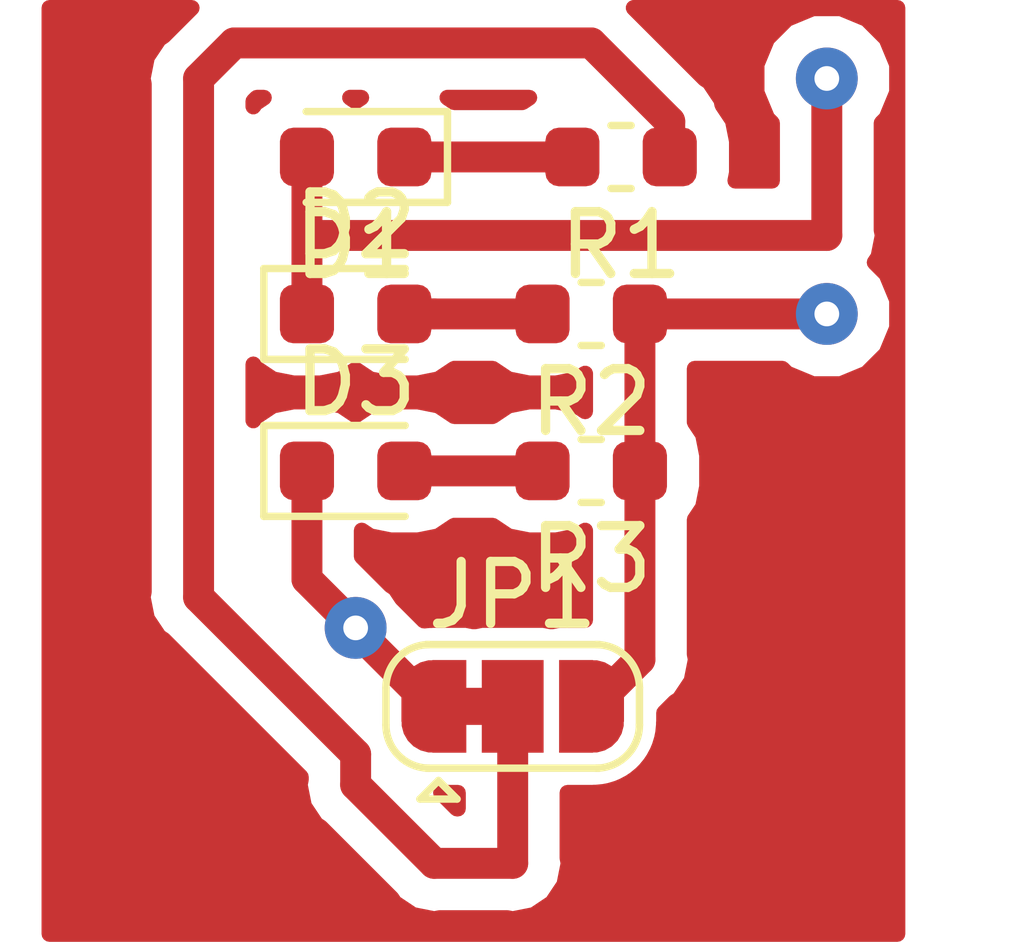
<source format=kicad_pcb>
(kicad_pcb (version 20171130) (host pcbnew 5.0.0-fee4fd1~66~ubuntu18.04.1)

  (general
    (thickness 1.6)
    (drawings 0)
    (tracks 32)
    (zones 0)
    (modules 7)
    (nets 8)
  )

  (page A4)
  (layers
    (0 F.Cu signal)
    (31 B.Cu signal)
    (32 B.Adhes user)
    (33 F.Adhes user)
    (34 B.Paste user)
    (35 F.Paste user)
    (36 B.SilkS user)
    (37 F.SilkS user)
    (38 B.Mask user)
    (39 F.Mask user)
    (40 Dwgs.User user)
    (41 Cmts.User user)
    (42 Eco1.User user)
    (43 Eco2.User user)
    (44 Edge.Cuts user)
    (45 Margin user)
    (46 B.CrtYd user)
    (47 F.CrtYd user)
    (48 B.Fab user)
    (49 F.Fab user)
  )

  (setup
    (last_trace_width 0.5)
    (trace_clearance 0.2)
    (zone_clearance 0.508)
    (zone_45_only no)
    (trace_min 0.2)
    (segment_width 0.2)
    (edge_width 0.1)
    (via_size 1)
    (via_drill 0.4)
    (via_min_size 0.4)
    (via_min_drill 0.3)
    (uvia_size 0.3)
    (uvia_drill 0.1)
    (uvias_allowed no)
    (uvia_min_size 0.2)
    (uvia_min_drill 0.1)
    (pcb_text_width 0.3)
    (pcb_text_size 1.5 1.5)
    (mod_edge_width 0.15)
    (mod_text_size 1 1)
    (mod_text_width 0.15)
    (pad_size 1.5 1.5)
    (pad_drill 0.6)
    (pad_to_mask_clearance 0)
    (aux_axis_origin 0 0)
    (visible_elements FFFFFF7F)
    (pcbplotparams
      (layerselection 0x010fc_ffffffff)
      (usegerberextensions false)
      (usegerberattributes false)
      (usegerberadvancedattributes false)
      (creategerberjobfile false)
      (excludeedgelayer true)
      (linewidth 0.100000)
      (plotframeref false)
      (viasonmask false)
      (mode 1)
      (useauxorigin false)
      (hpglpennumber 1)
      (hpglpenspeed 20)
      (hpglpendiameter 15.000000)
      (psnegative false)
      (psa4output false)
      (plotreference true)
      (plotvalue true)
      (plotinvisibletext false)
      (padsonsilk false)
      (subtractmaskfromsilk false)
      (outputformat 1)
      (mirror false)
      (drillshape 1)
      (scaleselection 1)
      (outputdirectory ""))
  )

  (net 0 "")
  (net 1 "Net-(D1-Pad1)")
  (net 2 /STATUS1)
  (net 3 "Net-(D2-Pad2)")
  (net 4 "Net-(D3-Pad2)")
  (net 5 GND)
  (net 6 /STATUS0)
  (net 7 "Net-(JP1-Pad2)")

  (net_class Default "This is the default net class."
    (clearance 0.2)
    (trace_width 0.5)
    (via_dia 1)
    (via_drill 0.4)
    (uvia_dia 0.3)
    (uvia_drill 0.1)
    (add_net /STATUS0)
    (add_net /STATUS1)
    (add_net GND)
    (add_net "Net-(D1-Pad1)")
    (add_net "Net-(D2-Pad2)")
    (add_net "Net-(D3-Pad2)")
    (add_net "Net-(JP1-Pad2)")
  )

  (module LED_SMD:LED_0603_1608Metric (layer F.Cu) (tedit 5B301BBE) (tstamp 5BBB42A8)
    (at 154.94 77.47 180)
    (descr "LED SMD 0603 (1608 Metric), square (rectangular) end terminal, IPC_7351 nominal, (Body size source: http://www.tortai-tech.com/upload/download/2011102023233369053.pdf), generated with kicad-footprint-generator")
    (tags diode)
    (path /5BB7CC6D)
    (attr smd)
    (fp_text reference D1 (at 0 -1.43 180) (layer F.SilkS)
      (effects (font (size 1 1) (thickness 0.15)))
    )
    (fp_text value "Green LED" (at 0 1.43 180) (layer F.Fab)
      (effects (font (size 1 1) (thickness 0.15)))
    )
    (fp_line (start 0.8 -0.4) (end -0.5 -0.4) (layer F.Fab) (width 0.1))
    (fp_line (start -0.5 -0.4) (end -0.8 -0.1) (layer F.Fab) (width 0.1))
    (fp_line (start -0.8 -0.1) (end -0.8 0.4) (layer F.Fab) (width 0.1))
    (fp_line (start -0.8 0.4) (end 0.8 0.4) (layer F.Fab) (width 0.1))
    (fp_line (start 0.8 0.4) (end 0.8 -0.4) (layer F.Fab) (width 0.1))
    (fp_line (start 0.8 -0.735) (end -1.485 -0.735) (layer F.SilkS) (width 0.12))
    (fp_line (start -1.485 -0.735) (end -1.485 0.735) (layer F.SilkS) (width 0.12))
    (fp_line (start -1.485 0.735) (end 0.8 0.735) (layer F.SilkS) (width 0.12))
    (fp_line (start -1.48 0.73) (end -1.48 -0.73) (layer F.CrtYd) (width 0.05))
    (fp_line (start -1.48 -0.73) (end 1.48 -0.73) (layer F.CrtYd) (width 0.05))
    (fp_line (start 1.48 -0.73) (end 1.48 0.73) (layer F.CrtYd) (width 0.05))
    (fp_line (start 1.48 0.73) (end -1.48 0.73) (layer F.CrtYd) (width 0.05))
    (fp_text user %R (at 0 0 180) (layer F.Fab)
      (effects (font (size 0.4 0.4) (thickness 0.06)))
    )
    (pad 1 smd roundrect (at -0.7875 0 180) (size 0.875 0.95) (layers F.Cu F.Paste F.Mask) (roundrect_rratio 0.25)
      (net 1 "Net-(D1-Pad1)"))
    (pad 2 smd roundrect (at 0.7875 0 180) (size 0.875 0.95) (layers F.Cu F.Paste F.Mask) (roundrect_rratio 0.25)
      (net 2 /STATUS1))
    (model ${KISYS3DMOD}/LED_SMD.3dshapes/LED_0603_1608Metric.wrl
      (at (xyz 0 0 0))
      (scale (xyz 1 1 1))
      (rotate (xyz 0 0 0))
    )
  )

  (module LED_SMD:LED_0603_1608Metric (layer F.Cu) (tedit 5B301BBE) (tstamp 5BBB42BB)
    (at 154.94 80.01)
    (descr "LED SMD 0603 (1608 Metric), square (rectangular) end terminal, IPC_7351 nominal, (Body size source: http://www.tortai-tech.com/upload/download/2011102023233369053.pdf), generated with kicad-footprint-generator")
    (tags diode)
    (path /5BB7D031)
    (attr smd)
    (fp_text reference D2 (at 0 -1.43) (layer F.SilkS)
      (effects (font (size 1 1) (thickness 0.15)))
    )
    (fp_text value "Yellow LED" (at 0 1.43) (layer F.Fab)
      (effects (font (size 1 1) (thickness 0.15)))
    )
    (fp_line (start 0.8 -0.4) (end -0.5 -0.4) (layer F.Fab) (width 0.1))
    (fp_line (start -0.5 -0.4) (end -0.8 -0.1) (layer F.Fab) (width 0.1))
    (fp_line (start -0.8 -0.1) (end -0.8 0.4) (layer F.Fab) (width 0.1))
    (fp_line (start -0.8 0.4) (end 0.8 0.4) (layer F.Fab) (width 0.1))
    (fp_line (start 0.8 0.4) (end 0.8 -0.4) (layer F.Fab) (width 0.1))
    (fp_line (start 0.8 -0.735) (end -1.485 -0.735) (layer F.SilkS) (width 0.12))
    (fp_line (start -1.485 -0.735) (end -1.485 0.735) (layer F.SilkS) (width 0.12))
    (fp_line (start -1.485 0.735) (end 0.8 0.735) (layer F.SilkS) (width 0.12))
    (fp_line (start -1.48 0.73) (end -1.48 -0.73) (layer F.CrtYd) (width 0.05))
    (fp_line (start -1.48 -0.73) (end 1.48 -0.73) (layer F.CrtYd) (width 0.05))
    (fp_line (start 1.48 -0.73) (end 1.48 0.73) (layer F.CrtYd) (width 0.05))
    (fp_line (start 1.48 0.73) (end -1.48 0.73) (layer F.CrtYd) (width 0.05))
    (fp_text user %R (at 0 0) (layer F.Fab)
      (effects (font (size 0.4 0.4) (thickness 0.06)))
    )
    (pad 1 smd roundrect (at -0.7875 0) (size 0.875 0.95) (layers F.Cu F.Paste F.Mask) (roundrect_rratio 0.25)
      (net 2 /STATUS1))
    (pad 2 smd roundrect (at 0.7875 0) (size 0.875 0.95) (layers F.Cu F.Paste F.Mask) (roundrect_rratio 0.25)
      (net 3 "Net-(D2-Pad2)"))
    (model ${KISYS3DMOD}/LED_SMD.3dshapes/LED_0603_1608Metric.wrl
      (at (xyz 0 0 0))
      (scale (xyz 1 1 1))
      (rotate (xyz 0 0 0))
    )
  )

  (module LED_SMD:LED_0603_1608Metric (layer F.Cu) (tedit 5B301BBE) (tstamp 5BBB42CE)
    (at 154.94 82.55)
    (descr "LED SMD 0603 (1608 Metric), square (rectangular) end terminal, IPC_7351 nominal, (Body size source: http://www.tortai-tech.com/upload/download/2011102023233369053.pdf), generated with kicad-footprint-generator")
    (tags diode)
    (path /5BB7CD2A)
    (attr smd)
    (fp_text reference D3 (at 0 -1.43) (layer F.SilkS)
      (effects (font (size 1 1) (thickness 0.15)))
    )
    (fp_text value "Red LED" (at 0 1.43) (layer F.Fab)
      (effects (font (size 1 1) (thickness 0.15)))
    )
    (fp_text user %R (at 0 0) (layer F.Fab)
      (effects (font (size 0.4 0.4) (thickness 0.06)))
    )
    (fp_line (start 1.48 0.73) (end -1.48 0.73) (layer F.CrtYd) (width 0.05))
    (fp_line (start 1.48 -0.73) (end 1.48 0.73) (layer F.CrtYd) (width 0.05))
    (fp_line (start -1.48 -0.73) (end 1.48 -0.73) (layer F.CrtYd) (width 0.05))
    (fp_line (start -1.48 0.73) (end -1.48 -0.73) (layer F.CrtYd) (width 0.05))
    (fp_line (start -1.485 0.735) (end 0.8 0.735) (layer F.SilkS) (width 0.12))
    (fp_line (start -1.485 -0.735) (end -1.485 0.735) (layer F.SilkS) (width 0.12))
    (fp_line (start 0.8 -0.735) (end -1.485 -0.735) (layer F.SilkS) (width 0.12))
    (fp_line (start 0.8 0.4) (end 0.8 -0.4) (layer F.Fab) (width 0.1))
    (fp_line (start -0.8 0.4) (end 0.8 0.4) (layer F.Fab) (width 0.1))
    (fp_line (start -0.8 -0.1) (end -0.8 0.4) (layer F.Fab) (width 0.1))
    (fp_line (start -0.5 -0.4) (end -0.8 -0.1) (layer F.Fab) (width 0.1))
    (fp_line (start 0.8 -0.4) (end -0.5 -0.4) (layer F.Fab) (width 0.1))
    (pad 2 smd roundrect (at 0.7875 0) (size 0.875 0.95) (layers F.Cu F.Paste F.Mask) (roundrect_rratio 0.25)
      (net 4 "Net-(D3-Pad2)"))
    (pad 1 smd roundrect (at -0.7875 0) (size 0.875 0.95) (layers F.Cu F.Paste F.Mask) (roundrect_rratio 0.25)
      (net 5 GND))
    (model ${KISYS3DMOD}/LED_SMD.3dshapes/LED_0603_1608Metric.wrl
      (at (xyz 0 0 0))
      (scale (xyz 1 1 1))
      (rotate (xyz 0 0 0))
    )
  )

  (module Jumper:SolderJumper-3_P1.3mm_Bridged12_RoundedPad1.0x1.5mm (layer F.Cu) (tedit 5B391DE3) (tstamp 5BBB42E4)
    (at 157.48 86.36)
    (descr "SMD Solder 3-pad Jumper, 1x1.5mm rounded Pads, 0.3mm gap, pads 1-2 bridged with 1 copper strip")
    (tags "solder jumper open")
    (path /5BBB3FC2)
    (attr virtual)
    (fp_text reference JP1 (at 0 -1.8) (layer F.SilkS)
      (effects (font (size 1 1) (thickness 0.15)))
    )
    (fp_text value SolderJumper_3_Open (at 0 1.9) (layer F.Fab)
      (effects (font (size 1 1) (thickness 0.15)))
    )
    (fp_line (start -1.2 1.2) (end -0.9 1.5) (layer F.SilkS) (width 0.12))
    (fp_line (start -1.5 1.5) (end -0.9 1.5) (layer F.SilkS) (width 0.12))
    (fp_line (start -1.2 1.2) (end -1.5 1.5) (layer F.SilkS) (width 0.12))
    (fp_line (start -2.05 0.3) (end -2.05 -0.3) (layer F.SilkS) (width 0.12))
    (fp_line (start 1.4 1) (end -1.4 1) (layer F.SilkS) (width 0.12))
    (fp_line (start 2.05 -0.3) (end 2.05 0.3) (layer F.SilkS) (width 0.12))
    (fp_line (start -1.4 -1) (end 1.4 -1) (layer F.SilkS) (width 0.12))
    (fp_line (start -2.3 -1.25) (end 2.3 -1.25) (layer F.CrtYd) (width 0.05))
    (fp_line (start -2.3 -1.25) (end -2.3 1.25) (layer F.CrtYd) (width 0.05))
    (fp_line (start 2.3 1.25) (end 2.3 -1.25) (layer F.CrtYd) (width 0.05))
    (fp_line (start 2.3 1.25) (end -2.3 1.25) (layer F.CrtYd) (width 0.05))
    (fp_arc (start 1.35 -0.3) (end 2.05 -0.3) (angle -90) (layer F.SilkS) (width 0.12))
    (fp_arc (start 1.35 0.3) (end 1.35 1) (angle -90) (layer F.SilkS) (width 0.12))
    (fp_arc (start -1.35 0.3) (end -2.05 0.3) (angle -90) (layer F.SilkS) (width 0.12))
    (fp_arc (start -1.35 -0.3) (end -1.35 -1) (angle -90) (layer F.SilkS) (width 0.12))
    (pad 1 smd custom (at -1.3 0) (size 1 0.5) (layers F.Cu F.Mask)
      (net 5 GND) (zone_connect 0)
      (options (clearance outline) (anchor rect))
      (primitives
        (gr_circle (center 0 0.25) (end 0.5 0.25) (width 0))
        (gr_circle (center 0 -0.25) (end 0.5 -0.25) (width 0))
        (gr_poly (pts
           (xy 0.55 -0.75) (xy 0 -0.75) (xy 0 0.75) (xy 0.55 0.75)) (width 0))
        (gr_poly (pts
           (xy 0.4 -0.3) (xy 0.9 -0.3) (xy 0.9 0.3) (xy 0.4 0.3)) (width 0))
      ))
    (pad 3 smd custom (at 1.3 0) (size 1 0.5) (layers F.Cu F.Mask)
      (net 6 /STATUS0) (zone_connect 0)
      (options (clearance outline) (anchor rect))
      (primitives
        (gr_circle (center 0 0.25) (end 0.5 0.25) (width 0))
        (gr_circle (center 0 -0.25) (end 0.5 -0.25) (width 0))
        (gr_poly (pts
           (xy -0.55 -0.75) (xy 0 -0.75) (xy 0 0.75) (xy -0.55 0.75)) (width 0))
      ))
    (pad 2 smd rect (at 0 0) (size 1 1.5) (layers F.Cu F.Mask)
      (net 7 "Net-(JP1-Pad2)"))
  )

  (module Resistor_SMD:R_0603_1608Metric (layer F.Cu) (tedit 5B301BBD) (tstamp 5BBB42F5)
    (at 159.2325 77.47 180)
    (descr "Resistor SMD 0603 (1608 Metric), square (rectangular) end terminal, IPC_7351 nominal, (Body size source: http://www.tortai-tech.com/upload/download/2011102023233369053.pdf), generated with kicad-footprint-generator")
    (tags resistor)
    (path /5BB7D0C8)
    (attr smd)
    (fp_text reference R1 (at 0 -1.43 180) (layer F.SilkS)
      (effects (font (size 1 1) (thickness 0.15)))
    )
    (fp_text value 103 (at 0 1.43 180) (layer F.Fab)
      (effects (font (size 1 1) (thickness 0.15)))
    )
    (fp_line (start -0.8 0.4) (end -0.8 -0.4) (layer F.Fab) (width 0.1))
    (fp_line (start -0.8 -0.4) (end 0.8 -0.4) (layer F.Fab) (width 0.1))
    (fp_line (start 0.8 -0.4) (end 0.8 0.4) (layer F.Fab) (width 0.1))
    (fp_line (start 0.8 0.4) (end -0.8 0.4) (layer F.Fab) (width 0.1))
    (fp_line (start -0.162779 -0.51) (end 0.162779 -0.51) (layer F.SilkS) (width 0.12))
    (fp_line (start -0.162779 0.51) (end 0.162779 0.51) (layer F.SilkS) (width 0.12))
    (fp_line (start -1.48 0.73) (end -1.48 -0.73) (layer F.CrtYd) (width 0.05))
    (fp_line (start -1.48 -0.73) (end 1.48 -0.73) (layer F.CrtYd) (width 0.05))
    (fp_line (start 1.48 -0.73) (end 1.48 0.73) (layer F.CrtYd) (width 0.05))
    (fp_line (start 1.48 0.73) (end -1.48 0.73) (layer F.CrtYd) (width 0.05))
    (fp_text user %R (at 0 0 180) (layer F.Fab)
      (effects (font (size 0.4 0.4) (thickness 0.06)))
    )
    (pad 1 smd roundrect (at -0.7875 0 180) (size 0.875 0.95) (layers F.Cu F.Paste F.Mask) (roundrect_rratio 0.25)
      (net 7 "Net-(JP1-Pad2)"))
    (pad 2 smd roundrect (at 0.7875 0 180) (size 0.875 0.95) (layers F.Cu F.Paste F.Mask) (roundrect_rratio 0.25)
      (net 1 "Net-(D1-Pad1)"))
    (model ${KISYS3DMOD}/Resistor_SMD.3dshapes/R_0603_1608Metric.wrl
      (at (xyz 0 0 0))
      (scale (xyz 1 1 1))
      (rotate (xyz 0 0 0))
    )
  )

  (module Resistor_SMD:R_0603_1608Metric (layer F.Cu) (tedit 5B301BBD) (tstamp 5BBB4306)
    (at 158.75 80.01 180)
    (descr "Resistor SMD 0603 (1608 Metric), square (rectangular) end terminal, IPC_7351 nominal, (Body size source: http://www.tortai-tech.com/upload/download/2011102023233369053.pdf), generated with kicad-footprint-generator")
    (tags resistor)
    (path /5BB7CDDF)
    (attr smd)
    (fp_text reference R2 (at 0 -1.43 180) (layer F.SilkS)
      (effects (font (size 1 1) (thickness 0.15)))
    )
    (fp_text value 103 (at 0 1.43 180) (layer F.Fab)
      (effects (font (size 1 1) (thickness 0.15)))
    )
    (fp_line (start -0.8 0.4) (end -0.8 -0.4) (layer F.Fab) (width 0.1))
    (fp_line (start -0.8 -0.4) (end 0.8 -0.4) (layer F.Fab) (width 0.1))
    (fp_line (start 0.8 -0.4) (end 0.8 0.4) (layer F.Fab) (width 0.1))
    (fp_line (start 0.8 0.4) (end -0.8 0.4) (layer F.Fab) (width 0.1))
    (fp_line (start -0.162779 -0.51) (end 0.162779 -0.51) (layer F.SilkS) (width 0.12))
    (fp_line (start -0.162779 0.51) (end 0.162779 0.51) (layer F.SilkS) (width 0.12))
    (fp_line (start -1.48 0.73) (end -1.48 -0.73) (layer F.CrtYd) (width 0.05))
    (fp_line (start -1.48 -0.73) (end 1.48 -0.73) (layer F.CrtYd) (width 0.05))
    (fp_line (start 1.48 -0.73) (end 1.48 0.73) (layer F.CrtYd) (width 0.05))
    (fp_line (start 1.48 0.73) (end -1.48 0.73) (layer F.CrtYd) (width 0.05))
    (fp_text user %R (at 0 0) (layer F.Fab)
      (effects (font (size 0.4 0.4) (thickness 0.06)))
    )
    (pad 1 smd roundrect (at -0.7875 0 180) (size 0.875 0.95) (layers F.Cu F.Paste F.Mask) (roundrect_rratio 0.25)
      (net 6 /STATUS0))
    (pad 2 smd roundrect (at 0.7875 0 180) (size 0.875 0.95) (layers F.Cu F.Paste F.Mask) (roundrect_rratio 0.25)
      (net 3 "Net-(D2-Pad2)"))
    (model ${KISYS3DMOD}/Resistor_SMD.3dshapes/R_0603_1608Metric.wrl
      (at (xyz 0 0 0))
      (scale (xyz 1 1 1))
      (rotate (xyz 0 0 0))
    )
  )

  (module Resistor_SMD:R_0603_1608Metric (layer F.Cu) (tedit 5B301BBD) (tstamp 5BBB4317)
    (at 158.75 82.55 180)
    (descr "Resistor SMD 0603 (1608 Metric), square (rectangular) end terminal, IPC_7351 nominal, (Body size source: http://www.tortai-tech.com/upload/download/2011102023233369053.pdf), generated with kicad-footprint-generator")
    (tags resistor)
    (path /5BB7CE79)
    (attr smd)
    (fp_text reference R3 (at 0 -1.43 180) (layer F.SilkS)
      (effects (font (size 1 1) (thickness 0.15)))
    )
    (fp_text value 103 (at 0 1.43 180) (layer F.Fab)
      (effects (font (size 1 1) (thickness 0.15)))
    )
    (fp_text user %R (at 0 0 180) (layer F.Fab)
      (effects (font (size 0.4 0.4) (thickness 0.06)))
    )
    (fp_line (start 1.48 0.73) (end -1.48 0.73) (layer F.CrtYd) (width 0.05))
    (fp_line (start 1.48 -0.73) (end 1.48 0.73) (layer F.CrtYd) (width 0.05))
    (fp_line (start -1.48 -0.73) (end 1.48 -0.73) (layer F.CrtYd) (width 0.05))
    (fp_line (start -1.48 0.73) (end -1.48 -0.73) (layer F.CrtYd) (width 0.05))
    (fp_line (start -0.162779 0.51) (end 0.162779 0.51) (layer F.SilkS) (width 0.12))
    (fp_line (start -0.162779 -0.51) (end 0.162779 -0.51) (layer F.SilkS) (width 0.12))
    (fp_line (start 0.8 0.4) (end -0.8 0.4) (layer F.Fab) (width 0.1))
    (fp_line (start 0.8 -0.4) (end 0.8 0.4) (layer F.Fab) (width 0.1))
    (fp_line (start -0.8 -0.4) (end 0.8 -0.4) (layer F.Fab) (width 0.1))
    (fp_line (start -0.8 0.4) (end -0.8 -0.4) (layer F.Fab) (width 0.1))
    (pad 2 smd roundrect (at 0.7875 0 180) (size 0.875 0.95) (layers F.Cu F.Paste F.Mask) (roundrect_rratio 0.25)
      (net 4 "Net-(D3-Pad2)"))
    (pad 1 smd roundrect (at -0.7875 0 180) (size 0.875 0.95) (layers F.Cu F.Paste F.Mask) (roundrect_rratio 0.25)
      (net 6 /STATUS0))
    (model ${KISYS3DMOD}/Resistor_SMD.3dshapes/R_0603_1608Metric.wrl
      (at (xyz 0 0 0))
      (scale (xyz 1 1 1))
      (rotate (xyz 0 0 0))
    )
  )

  (segment (start 158.445 77.47) (end 155.7275 77.47) (width 0.5) (layer F.Cu) (net 1))
  (via (at 162.56 80.01) (size 1) (drill 0.4) (layers F.Cu B.Cu) (net 6))
  (via (at 162.56 76.2) (size 1) (drill 0.4) (layers F.Cu B.Cu) (net 2))
  (segment (start 162.56 76.2) (end 162.56 78.74) (width 0.5) (layer F.Cu) (net 2))
  (segment (start 154.1525 80.01) (end 154.1525 78.74) (width 0.5) (layer F.Cu) (net 2))
  (segment (start 162.56 78.74) (end 154.1525 78.74) (width 0.5) (layer F.Cu) (net 2))
  (segment (start 154.1525 78.74) (end 154.1525 77.47) (width 0.5) (layer F.Cu) (net 2))
  (segment (start 157.9625 80.01) (end 156.21 80.01) (width 0.5) (layer F.Cu) (net 3))
  (segment (start 156.21 80.01) (end 155.7275 80.01) (width 0.5) (layer F.Cu) (net 3))
  (segment (start 155.7275 82.55) (end 157.9625 82.55) (width 0.5) (layer F.Cu) (net 4))
  (segment (start 154.94 85.09) (end 154.94 85.09) (width 0.5) (layer F.Cu) (net 5))
  (segment (start 154.1525 82.55) (end 154.1525 84.3025) (width 0.5) (layer F.Cu) (net 5))
  (segment (start 154.94 85.12) (end 156.18 86.36) (width 0.5) (layer F.Cu) (net 5))
  (segment (start 154.1525 84.3025) (end 154.94 85.09) (width 0.5) (layer F.Cu) (net 5))
  (segment (start 154.94 85.09) (end 154.94 85.12) (width 0.5) (layer F.Cu) (net 5) (tstamp 5BBB49C3))
  (via (at 154.94 85.09) (size 1) (drill 0.4) (layers F.Cu B.Cu) (net 5))
  (segment (start 162.56 80.01) (end 159.5375 80.01) (width 0.5) (layer F.Cu) (net 6))
  (segment (start 159.5375 85.6025) (end 159.5375 82.55) (width 0.5) (layer F.Cu) (net 6))
  (segment (start 158.78 86.36) (end 159.5375 85.6025) (width 0.5) (layer F.Cu) (net 6))
  (segment (start 159.5375 82.55) (end 159.5375 80.01) (width 0.5) (layer F.Cu) (net 6))
  (segment (start 157.53001 86.946402) (end 157.53001 86.36) (width 0.5) (layer F.Cu) (net 7))
  (segment (start 157.48 86.996412) (end 157.53001 86.946402) (width 0.5) (layer F.Cu) (net 7))
  (segment (start 157.48 88.9) (end 157.48 86.996412) (width 0.5) (layer F.Cu) (net 7))
  (segment (start 156.21 88.9) (end 157.48 88.9) (width 0.5) (layer F.Cu) (net 7))
  (segment (start 154.94 87.134378) (end 154.94 87.63) (width 0.5) (layer F.Cu) (net 7))
  (segment (start 160.02 76.895) (end 158.75 75.625) (width 0.5) (layer F.Cu) (net 7))
  (segment (start 158.75 75.625) (end 152.975 75.625) (width 0.5) (layer F.Cu) (net 7))
  (segment (start 160.02 77.47) (end 160.02 76.895) (width 0.5) (layer F.Cu) (net 7))
  (segment (start 152.975 75.625) (end 152.4 76.2) (width 0.5) (layer F.Cu) (net 7))
  (segment (start 152.4 76.2) (end 152.4 84.594378) (width 0.5) (layer F.Cu) (net 7))
  (segment (start 154.94 87.63) (end 156.21 88.9) (width 0.5) (layer F.Cu) (net 7))
  (segment (start 152.4 84.594378) (end 154.94 87.134378) (width 0.5) (layer F.Cu) (net 7))

  (zone (net 0) (net_name "") (layer F.Cu) (tstamp 0) (hatch edge 0.508)
    (connect_pads (clearance 0.508))
    (min_thickness 0.254)
    (fill yes (arc_segments 16) (thermal_gap 0.508) (thermal_bridge_width 0.508))
    (polygon
      (pts
        (xy 149.86 74.93) (xy 163.83 74.93) (xy 163.83 90.17) (xy 149.86 90.17)
      )
    )
    (filled_polygon
      (pts
        (xy 152.287577 75.060845) (xy 151.835843 75.512578) (xy 151.761951 75.561952) (xy 151.566348 75.854691) (xy 151.515 76.112836)
        (xy 151.515 76.112839) (xy 151.497663 76.2) (xy 151.515 76.287161) (xy 151.515001 84.507213) (xy 151.497663 84.594378)
        (xy 151.566348 84.939687) (xy 151.712576 85.158532) (xy 151.712578 85.158534) (xy 151.761952 85.232427) (xy 151.835845 85.281801)
        (xy 154.055001 87.500958) (xy 154.055001 87.542836) (xy 154.037663 87.63) (xy 154.106348 87.975309) (xy 154.252576 88.194154)
        (xy 154.252578 88.194156) (xy 154.301952 88.268049) (xy 154.375845 88.317423) (xy 155.522577 89.464156) (xy 155.571951 89.538049)
        (xy 155.645844 89.587423) (xy 155.645845 89.587424) (xy 155.75688 89.661615) (xy 155.86469 89.733652) (xy 156.122835 89.785)
        (xy 156.122839 89.785) (xy 156.209999 89.802337) (xy 156.297159 89.785) (xy 157.392837 89.785) (xy 157.48 89.802338)
        (xy 157.567164 89.785) (xy 157.567165 89.785) (xy 157.82531 89.733652) (xy 158.118049 89.538049) (xy 158.313652 89.24531)
        (xy 158.382338 88.9) (xy 158.364999 88.812831) (xy 158.365 87.75744) (xy 158.78 87.75744) (xy 158.792106 87.755032)
        (xy 158.829009 87.755032) (xy 158.955318 87.742592) (xy 159.051451 87.72347) (xy 159.172904 87.686628) (xy 159.26346 87.649119)
        (xy 159.375397 87.589287) (xy 159.456896 87.534831) (xy 159.555006 87.454314) (xy 159.624314 87.385006) (xy 159.704831 87.286896)
        (xy 159.759287 87.205397) (xy 159.819119 87.09346) (xy 159.856628 87.002904) (xy 159.89347 86.881451) (xy 159.912592 86.785318)
        (xy 159.925032 86.659009) (xy 159.925032 86.622106) (xy 159.92744 86.61) (xy 159.92744 86.464139) (xy 160.101658 86.289921)
        (xy 160.175548 86.240549) (xy 160.22492 86.166659) (xy 160.224924 86.166655) (xy 160.371152 85.94781) (xy 160.439837 85.6025)
        (xy 160.422499 85.515334) (xy 160.4225 83.33828) (xy 160.556505 83.137727) (xy 160.62244 82.80625) (xy 160.62244 82.29375)
        (xy 160.556505 81.962273) (xy 160.422499 81.761719) (xy 160.4225 80.895) (xy 161.839867 80.895) (xy 161.917074 80.972207)
        (xy 162.334234 81.145) (xy 162.785766 81.145) (xy 163.202926 80.972207) (xy 163.522207 80.652926) (xy 163.695 80.235766)
        (xy 163.695 79.784234) (xy 163.522207 79.367074) (xy 163.332285 79.177152) (xy 163.393652 79.08531) (xy 163.462338 78.74)
        (xy 163.445 78.652835) (xy 163.444999 76.920134) (xy 163.522207 76.842926) (xy 163.695 76.425766) (xy 163.695 75.974234)
        (xy 163.522207 75.557074) (xy 163.202926 75.237793) (xy 162.785766 75.065) (xy 162.334234 75.065) (xy 161.917074 75.237793)
        (xy 161.597793 75.557074) (xy 161.425 75.974234) (xy 161.425 76.425766) (xy 161.597793 76.842926) (xy 161.675 76.920133)
        (xy 161.675001 77.855) (xy 161.07933 77.855) (xy 161.10494 77.72625) (xy 161.10494 77.21375) (xy 161.039005 76.882273)
        (xy 160.869281 76.628262) (xy 160.853652 76.549691) (xy 160.850724 76.545309) (xy 160.707424 76.330845) (xy 160.707421 76.330842)
        (xy 160.658049 76.256952) (xy 160.584159 76.20758) (xy 159.437425 75.060847) (xy 159.434855 75.057) (xy 163.703 75.057)
        (xy 163.703 90.043) (xy 149.987 90.043) (xy 149.987 75.057) (xy 152.290146 75.057)
      )
    )
    (filled_polygon
      (pts
        (xy 156.595 88.015) (xy 156.576579 88.015) (xy 156.319019 87.75744) (xy 156.595001 87.75744)
      )
    )
    (filled_polygon
      (pts
        (xy 157.412273 83.606505) (xy 157.74375 83.67244) (xy 158.18125 83.67244) (xy 158.512727 83.606505) (xy 158.652501 83.513111)
        (xy 158.6525 84.96256) (xy 158.23 84.96256) (xy 158.105 84.987424) (xy 157.98 84.96256) (xy 156.98 84.96256)
        (xy 156.855 84.987424) (xy 156.73 84.96256) (xy 156.18 84.96256) (xy 156.167894 84.964968) (xy 156.130991 84.964968)
        (xy 156.045014 84.973436) (xy 155.687836 84.616258) (xy 155.627424 84.525845) (xy 155.62742 84.525841) (xy 155.578048 84.451951)
        (xy 155.504158 84.402579) (xy 155.0375 83.935921) (xy 155.0375 83.513111) (xy 155.177273 83.606505) (xy 155.50875 83.67244)
        (xy 155.94625 83.67244) (xy 156.277727 83.606505) (xy 156.534403 83.435) (xy 157.155597 83.435)
      )
    )
    (filled_polygon
      (pts
        (xy 153.321261 80.878739) (xy 153.602273 81.066505) (xy 153.93375 81.13244) (xy 154.37125 81.13244) (xy 154.702727 81.066505)
        (xy 154.94 80.907964) (xy 155.177273 81.066505) (xy 155.50875 81.13244) (xy 155.94625 81.13244) (xy 156.277727 81.066505)
        (xy 156.534403 80.895) (xy 157.155597 80.895) (xy 157.412273 81.066505) (xy 157.74375 81.13244) (xy 158.18125 81.13244)
        (xy 158.512727 81.066505) (xy 158.652501 80.973111) (xy 158.6525 81.586888) (xy 158.512727 81.493495) (xy 158.18125 81.42756)
        (xy 157.74375 81.42756) (xy 157.412273 81.493495) (xy 157.155597 81.665) (xy 156.534403 81.665) (xy 156.277727 81.493495)
        (xy 155.94625 81.42756) (xy 155.50875 81.42756) (xy 155.177273 81.493495) (xy 154.94 81.652036) (xy 154.702727 81.493495)
        (xy 154.37125 81.42756) (xy 153.93375 81.42756) (xy 153.602273 81.493495) (xy 153.321261 81.681261) (xy 153.285 81.73553)
        (xy 153.285 80.82447)
      )
    )
    (filled_polygon
      (pts
        (xy 153.321261 76.601261) (xy 153.284999 76.655531) (xy 153.284999 76.566579) (xy 153.341579 76.51) (xy 153.457843 76.51)
      )
    )
    (filled_polygon
      (pts
        (xy 157.638097 76.585) (xy 156.534403 76.585) (xy 156.422157 76.51) (xy 157.750343 76.51)
      )
    )
    (filled_polygon
      (pts
        (xy 154.94 76.572036) (xy 154.847157 76.51) (xy 155.032843 76.51)
      )
    )
  )
  (zone (net 5) (net_name GND) (layer B.Cu) (tstamp 0) (hatch edge 0.508)
    (connect_pads (clearance 0.508))
    (min_thickness 0.254)
    (fill yes (arc_segments 16) (thermal_gap 0.508) (thermal_bridge_width 0.508))
    (polygon
      (pts
        (xy 149.86 74.93) (xy 163.83 74.93) (xy 163.83 90.17) (xy 149.86 90.17)
      )
    )
  )
)

</source>
